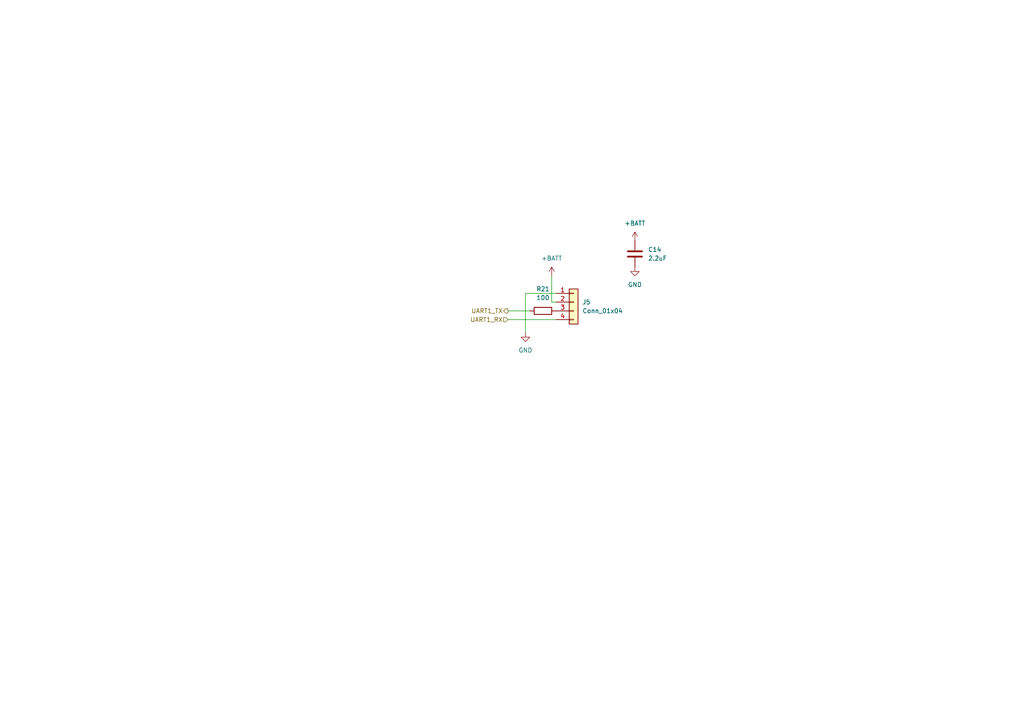
<source format=kicad_sch>
(kicad_sch (version 20230121) (generator eeschema)
  (paper "A4")
  (lib_symbols
    (symbol "Connector_Generic:Conn_01x04" (pin_names (offset 1.016) hide)
      (property "Reference" "J" (at 0 5.08 0))
      (property "Value" "Conn_01x04" (at 0 -7.62 0))
      (symbol "Conn_01x04_1_1"
        (rectangle (start -1.27 -4.953) (end 0 -5.207) (stroke (width 0.1524)))
        (rectangle (start -1.27 -2.413) (end 0 -2.667) (stroke (width 0.1524)))
        (rectangle (start -1.27 0.127) (end 0 -0.127) (stroke (width 0.1524)))
        (rectangle (start -1.27 2.667) (end 0 2.413) (stroke (width 0.1524)))
        (rectangle (start -1.27 3.81) (end 1.27 -6.35) (stroke (width 0.254)) (fill (type background)))
        (pin passive line (at -5.08 2.54 0) (length 3.81) (name "Pin_1") (number "1"))
        (pin passive line (at -5.08 0 0) (length 3.81) (name "Pin_2") (number "2"))
        (pin passive line (at -5.08 -2.54 0) (length 3.81) (name "Pin_3") (number "3"))
        (pin passive line (at -5.08 -5.08 0) (length 3.81) (name "Pin_4") (number "4"))
      )
    )
    (symbol "Device:C" (pin_numbers hide) (pin_names (offset 0.254))
      (property "Reference" "C" (at 0.635 2.54 0))
      (property "Value" "C" (at 0.635 -2.54 0))
      (symbol "C_0_1"
        (polyline (pts (xy -2.032 -0.762) (xy 2.032 -0.762)) (stroke (width 0.508)))
        (polyline (pts (xy -2.032 0.762) (xy 2.032 0.762)) (stroke (width 0.508)))
      )
      (symbol "C_1_1"
        (pin passive line (at 0 3.81 270) (length 2.794) (name "~") (number "1"))
        (pin passive line (at 0 -3.81 90) (length 2.794) (name "~") (number "2"))
      )
    )
    (symbol "Device:R" (pin_numbers hide) (pin_names (offset 0))
      (property "Reference" "R" (at 2.032 0 90))
      (property "Value" "R" (at 0 0 90))
      (symbol "R_0_1"
        (rectangle (start -1.016 -2.54) (end 1.016 2.54) (stroke (width 0.254)))
      )
      (symbol "R_1_1"
        (pin passive line (at 0 3.81 270) (length 1.27) (name "~") (number "1"))
        (pin passive line (at 0 -3.81 90) (length 1.27) (name "~") (number "2"))
      )
    )
    (symbol "power:+BATT" (power) (pin_names (offset 0))
      (property "Value" "+BATT" (at 0 3.556 0))
      (symbol "+BATT_0_1"
        (polyline (pts (xy -0.762 1.27) (xy 0 2.54)))
        (polyline (pts (xy 0 0) (xy 0 2.54)))
        (polyline (pts (xy 0 2.54) (xy 0.762 1.27)))
      )
      (symbol "+BATT_1_1"
        (pin power_in line (at 0 0 90) (length 0) hide (name "+BATT") (number "1"))
      )
    )
    (symbol "power:GND" (power) (pin_names (offset 0))
      (property "Value" "GND" (at 0 -3.81 0))
      (symbol "GND_0_1"
        (polyline (pts (xy 0 0) (xy 0 -1.27) (xy 1.27 -1.27) (xy 0 -2.54) (xy -1.27 -1.27) (xy 0 -1.27)))
      )
      (symbol "GND_1_1"
        (pin power_in line (at 0 0 270) (length 0) hide (name "GND") (number "1"))
      )
    )
  )
  (wire (pts (xy 160.02 87.63) (xy 160.02 80.01)))
  (wire (pts (xy 147.32 90.17) (xy 153.67 90.17)))
  (wire (pts (xy 152.4 85.09) (xy 152.4 96.52)))
  (wire (pts (xy 161.29 85.09) (xy 152.4 85.09)))
  (wire (pts (xy 161.29 87.63) (xy 160.02 87.63)))
  (wire (pts (xy 147.32 92.71) (xy 161.29 92.71)))
  (hierarchical_label "UART1_TX" (shape output) (at 147.32 90.17 180))
  (hierarchical_label "UART1_RX" (shape input) (at 147.32 92.71 180))
  (symbol (lib_id "power:+BATT") (at 184.15 69.85 0) (unit 1)
    (property "Reference" "#PWR032" (effects hide))
    (property "Value" "+BATT" (at 184.15 64.77 0))
  )
  (symbol (lib_id "power:GND") (at 184.15 77.47 0) (unit 1)
    (property "Reference" "#PWR033" (effects hide))
    (property "Value" "GND" (at 184.15 82.55 0))
  )
  (symbol (lib_id "power:+BATT") (at 160.02 80.01 0) (unit 1)
    (property "Reference" "#PWR031" (effects hide))
    (property "Value" "+BATT" (at 160.02 74.93 0))
  )
  (symbol (lib_id "power:GND") (at 152.4 96.52 0) (unit 1)
    (property "Reference" "#PWR030" (effects hide))
    (property "Value" "GND" (at 152.4 101.6 0))
  )
  (symbol (lib_id "Device:C") (at 184.15 73.66 0) (unit 1)
    (property "Reference" "C14" (at 187.96 72.39 0) (effects (justify left)))
    (property "Value" "2.2uF" (at 187.96 74.93 0) (effects (justify left)))
    (property "Footprint" "Capacitor_SMD:C_0603_1608Metric" (effects hide))
  )
  (symbol (lib_id "Connector_Generic:Conn_01x04") (at 166.37 87.63 0) (unit 1)
    (property "Reference" "J5" (at 168.91 87.63 0) (effects (justify left)))
    (property "Value" "Conn_01x04" (at 168.91 90.17 0) (effects (justify left)))
    (property "Footprint" "Connector_PinHeader_2.54mm:PinHeader_1x04_P2.54mm_Vertical" (effects hide))
  )
  (symbol (lib_id "Device:R") (at 157.48 90.17 90) (unit 1)
    (property "Reference" "R21" (at 157.48 83.82 90))
    (property "Value" "100" (at 157.48 86.36 90))
    (property "Footprint" "Resistor_SMD:R_0603_1608Metric" (effects hide))
  )
)
</source>
